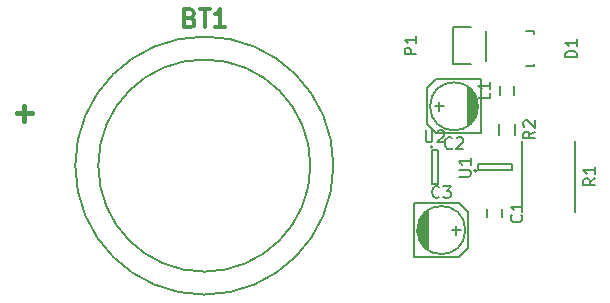
<source format=gbr>
G04 #@! TF.FileFunction,Legend,Top*
%FSLAX46Y46*%
G04 Gerber Fmt 4.6, Leading zero omitted, Abs format (unit mm)*
G04 Created by KiCad (PCBNEW 4.0.1-stable) date 2/13/2016 12:37:01 PM*
%MOMM*%
G01*
G04 APERTURE LIST*
%ADD10C,0.100000*%
%ADD11C,0.150000*%
%ADD12C,0.381000*%
%ADD13C,0.200660*%
%ADD14C,0.304800*%
G04 APERTURE END LIST*
D10*
D11*
X172812000Y-105568000D02*
X172812000Y-106268000D01*
X171612000Y-106268000D02*
X171612000Y-105568000D01*
X174891700Y-90511680D02*
X175592740Y-90511680D01*
X175592740Y-90511680D02*
X175592740Y-90760600D01*
X175592740Y-93310660D02*
X175592740Y-93511320D01*
X175592740Y-93511320D02*
X174891700Y-93511320D01*
X172691500Y-95917500D02*
X172691500Y-95217500D01*
X173891500Y-95217500D02*
X173891500Y-95917500D01*
X179034000Y-99830000D02*
X179034000Y-105830000D01*
X174534000Y-105830000D02*
X174534000Y-99830000D01*
X172616500Y-99369500D02*
X172616500Y-98369500D01*
X173966500Y-98369500D02*
X173966500Y-99369500D01*
X170675500Y-102344500D02*
G75*
G03X170675500Y-102344500I-100000J0D01*
G01*
X170825500Y-101794500D02*
X170825500Y-102294500D01*
X173725500Y-101794500D02*
X170825500Y-101794500D01*
X173725500Y-102294500D02*
X173725500Y-101794500D01*
X170825500Y-102294500D02*
X173725500Y-102294500D01*
X166995500Y-100344500D02*
G75*
G03X166995500Y-100344500I-100000J0D01*
G01*
X167445500Y-100594500D02*
X166945500Y-100594500D01*
X167445500Y-103494500D02*
X167445500Y-100594500D01*
X166945500Y-103494500D02*
X167445500Y-103494500D01*
X166945500Y-100594500D02*
X166945500Y-103494500D01*
X167132000Y-96901000D02*
X167894000Y-96901000D01*
X167513000Y-97282000D02*
X167513000Y-96520000D01*
X167259000Y-94615000D02*
X171069000Y-94615000D01*
X166497000Y-98425000D02*
X166497000Y-95377000D01*
X167259000Y-94615000D02*
X166497000Y-95377000D01*
X167259000Y-99187000D02*
X171069000Y-99187000D01*
X167259000Y-99187000D02*
X166497000Y-98425000D01*
X170815000Y-96774000D02*
X170815000Y-97028000D01*
X170688000Y-97536000D02*
X170688000Y-96266000D01*
X170561000Y-96012000D02*
X170561000Y-97790000D01*
X170434000Y-95758000D02*
X170434000Y-98044000D01*
X170307000Y-98171000D02*
X170307000Y-95631000D01*
X170180000Y-95504000D02*
X170180000Y-98298000D01*
X170053000Y-98425000D02*
X170053000Y-95377000D01*
X169926000Y-98552000D02*
X169926000Y-95250000D01*
X171069000Y-99187000D02*
X171069000Y-94615000D01*
X170815000Y-96901000D02*
G75*
G03X170815000Y-96901000I-2032000J0D01*
G01*
X169354500Y-107378500D02*
X168592500Y-107378500D01*
X168973500Y-106997500D02*
X168973500Y-107759500D01*
X169227500Y-109664500D02*
X165417500Y-109664500D01*
X169989500Y-105854500D02*
X169989500Y-108902500D01*
X169227500Y-109664500D02*
X169989500Y-108902500D01*
X169227500Y-105092500D02*
X165417500Y-105092500D01*
X169227500Y-105092500D02*
X169989500Y-105854500D01*
X165671500Y-107505500D02*
X165671500Y-107251500D01*
X165798500Y-106743500D02*
X165798500Y-108013500D01*
X165925500Y-108267500D02*
X165925500Y-106489500D01*
X166052500Y-108521500D02*
X166052500Y-106235500D01*
X166179500Y-106108500D02*
X166179500Y-108648500D01*
X166306500Y-108775500D02*
X166306500Y-105981500D01*
X166433500Y-105854500D02*
X166433500Y-108902500D01*
X166560500Y-105727500D02*
X166560500Y-109029500D01*
X165417500Y-105092500D02*
X165417500Y-109664500D01*
X169735500Y-107378500D02*
G75*
G03X169735500Y-107378500I-2032000J0D01*
G01*
X168693500Y-90207500D02*
X170243500Y-90207500D01*
X170243500Y-93307500D02*
X168693500Y-93307500D01*
X168693500Y-93307500D02*
X168693500Y-90207500D01*
X171513500Y-93027500D02*
X171513500Y-90487500D01*
D12*
X132397500Y-98107500D02*
X132397500Y-96837500D01*
X133032500Y-97472500D02*
X131762500Y-97472500D01*
D13*
X156617756Y-101917500D02*
G75*
G03X156617756Y-101917500I-8980256J0D01*
G01*
X158562453Y-101917500D02*
G75*
G03X158562453Y-101917500I-10924953J0D01*
G01*
D11*
X174469143Y-106084666D02*
X174516762Y-106132285D01*
X174564381Y-106275142D01*
X174564381Y-106370380D01*
X174516762Y-106513238D01*
X174421524Y-106608476D01*
X174326286Y-106656095D01*
X174135810Y-106703714D01*
X173992952Y-106703714D01*
X173802476Y-106656095D01*
X173707238Y-106608476D01*
X173612000Y-106513238D01*
X173564381Y-106370380D01*
X173564381Y-106275142D01*
X173612000Y-106132285D01*
X173659619Y-106084666D01*
X174564381Y-105132285D02*
X174564381Y-105703714D01*
X174564381Y-105418000D02*
X173564381Y-105418000D01*
X173707238Y-105513238D01*
X173802476Y-105608476D01*
X173850095Y-105703714D01*
X179204881Y-92749595D02*
X178204881Y-92749595D01*
X178204881Y-92511500D01*
X178252500Y-92368642D01*
X178347738Y-92273404D01*
X178442976Y-92225785D01*
X178633452Y-92178166D01*
X178776310Y-92178166D01*
X178966786Y-92225785D01*
X179062024Y-92273404D01*
X179157262Y-92368642D01*
X179204881Y-92511500D01*
X179204881Y-92749595D01*
X179204881Y-91225785D02*
X179204881Y-91797214D01*
X179204881Y-91511500D02*
X178204881Y-91511500D01*
X178347738Y-91606738D01*
X178442976Y-91701976D01*
X178490595Y-91797214D01*
X171843881Y-95734166D02*
X171843881Y-96210357D01*
X170843881Y-96210357D01*
X171843881Y-94877023D02*
X171843881Y-95448452D01*
X171843881Y-95162738D02*
X170843881Y-95162738D01*
X170986738Y-95257976D01*
X171081976Y-95353214D01*
X171129595Y-95448452D01*
X180736381Y-102996666D02*
X180260190Y-103330000D01*
X180736381Y-103568095D02*
X179736381Y-103568095D01*
X179736381Y-103187142D01*
X179784000Y-103091904D01*
X179831619Y-103044285D01*
X179926857Y-102996666D01*
X180069714Y-102996666D01*
X180164952Y-103044285D01*
X180212571Y-103091904D01*
X180260190Y-103187142D01*
X180260190Y-103568095D01*
X180736381Y-102044285D02*
X180736381Y-102615714D01*
X180736381Y-102330000D02*
X179736381Y-102330000D01*
X179879238Y-102425238D01*
X179974476Y-102520476D01*
X180022095Y-102615714D01*
X175643881Y-99036166D02*
X175167690Y-99369500D01*
X175643881Y-99607595D02*
X174643881Y-99607595D01*
X174643881Y-99226642D01*
X174691500Y-99131404D01*
X174739119Y-99083785D01*
X174834357Y-99036166D01*
X174977214Y-99036166D01*
X175072452Y-99083785D01*
X175120071Y-99131404D01*
X175167690Y-99226642D01*
X175167690Y-99607595D01*
X174739119Y-98655214D02*
X174691500Y-98607595D01*
X174643881Y-98512357D01*
X174643881Y-98274261D01*
X174691500Y-98179023D01*
X174739119Y-98131404D01*
X174834357Y-98083785D01*
X174929595Y-98083785D01*
X175072452Y-98131404D01*
X175643881Y-98702833D01*
X175643881Y-98083785D01*
X169177881Y-102856405D02*
X169987405Y-102856405D01*
X170082643Y-102808786D01*
X170130262Y-102761167D01*
X170177881Y-102665929D01*
X170177881Y-102475452D01*
X170130262Y-102380214D01*
X170082643Y-102332595D01*
X169987405Y-102284976D01*
X169177881Y-102284976D01*
X170177881Y-101284976D02*
X170177881Y-101856405D01*
X170177881Y-101570691D02*
X169177881Y-101570691D01*
X169320738Y-101665929D01*
X169415976Y-101761167D01*
X169463595Y-101856405D01*
X166383595Y-98946881D02*
X166383595Y-99756405D01*
X166431214Y-99851643D01*
X166478833Y-99899262D01*
X166574071Y-99946881D01*
X166764548Y-99946881D01*
X166859786Y-99899262D01*
X166907405Y-99851643D01*
X166955024Y-99756405D01*
X166955024Y-98946881D01*
X167383595Y-99042119D02*
X167431214Y-98994500D01*
X167526452Y-98946881D01*
X167764548Y-98946881D01*
X167859786Y-98994500D01*
X167907405Y-99042119D01*
X167955024Y-99137357D01*
X167955024Y-99232595D01*
X167907405Y-99375452D01*
X167335976Y-99946881D01*
X167955024Y-99946881D01*
X168616334Y-100433143D02*
X168568715Y-100480762D01*
X168425858Y-100528381D01*
X168330620Y-100528381D01*
X168187762Y-100480762D01*
X168092524Y-100385524D01*
X168044905Y-100290286D01*
X167997286Y-100099810D01*
X167997286Y-99956952D01*
X168044905Y-99766476D01*
X168092524Y-99671238D01*
X168187762Y-99576000D01*
X168330620Y-99528381D01*
X168425858Y-99528381D01*
X168568715Y-99576000D01*
X168616334Y-99623619D01*
X168997286Y-99623619D02*
X169044905Y-99576000D01*
X169140143Y-99528381D01*
X169378239Y-99528381D01*
X169473477Y-99576000D01*
X169521096Y-99623619D01*
X169568715Y-99718857D01*
X169568715Y-99814095D01*
X169521096Y-99956952D01*
X168949667Y-100528381D01*
X169568715Y-100528381D01*
X167536834Y-104560643D02*
X167489215Y-104608262D01*
X167346358Y-104655881D01*
X167251120Y-104655881D01*
X167108262Y-104608262D01*
X167013024Y-104513024D01*
X166965405Y-104417786D01*
X166917786Y-104227310D01*
X166917786Y-104084452D01*
X166965405Y-103893976D01*
X167013024Y-103798738D01*
X167108262Y-103703500D01*
X167251120Y-103655881D01*
X167346358Y-103655881D01*
X167489215Y-103703500D01*
X167536834Y-103751119D01*
X167870167Y-103655881D02*
X168489215Y-103655881D01*
X168155881Y-104036833D01*
X168298739Y-104036833D01*
X168393977Y-104084452D01*
X168441596Y-104132071D01*
X168489215Y-104227310D01*
X168489215Y-104465405D01*
X168441596Y-104560643D01*
X168393977Y-104608262D01*
X168298739Y-104655881D01*
X168013024Y-104655881D01*
X167917786Y-104608262D01*
X167870167Y-104560643D01*
X165595881Y-92495595D02*
X164595881Y-92495595D01*
X164595881Y-92114642D01*
X164643500Y-92019404D01*
X164691119Y-91971785D01*
X164786357Y-91924166D01*
X164929214Y-91924166D01*
X165024452Y-91971785D01*
X165072071Y-92019404D01*
X165119690Y-92114642D01*
X165119690Y-92495595D01*
X165595881Y-90971785D02*
X165595881Y-91543214D01*
X165595881Y-91257500D02*
X164595881Y-91257500D01*
X164738738Y-91352738D01*
X164833976Y-91447976D01*
X164881595Y-91543214D01*
D14*
X146440071Y-89408643D02*
X146657785Y-89481214D01*
X146730357Y-89553786D01*
X146802928Y-89698929D01*
X146802928Y-89916643D01*
X146730357Y-90061786D01*
X146657785Y-90134357D01*
X146512643Y-90206929D01*
X145932071Y-90206929D01*
X145932071Y-88682929D01*
X146440071Y-88682929D01*
X146585214Y-88755500D01*
X146657785Y-88828071D01*
X146730357Y-88973214D01*
X146730357Y-89118357D01*
X146657785Y-89263500D01*
X146585214Y-89336071D01*
X146440071Y-89408643D01*
X145932071Y-89408643D01*
X147238357Y-88682929D02*
X148109214Y-88682929D01*
X147673785Y-90206929D02*
X147673785Y-88682929D01*
X149415500Y-90206929D02*
X148544643Y-90206929D01*
X148980071Y-90206929D02*
X148980071Y-88682929D01*
X148834928Y-88900643D01*
X148689786Y-89045786D01*
X148544643Y-89118357D01*
M02*

</source>
